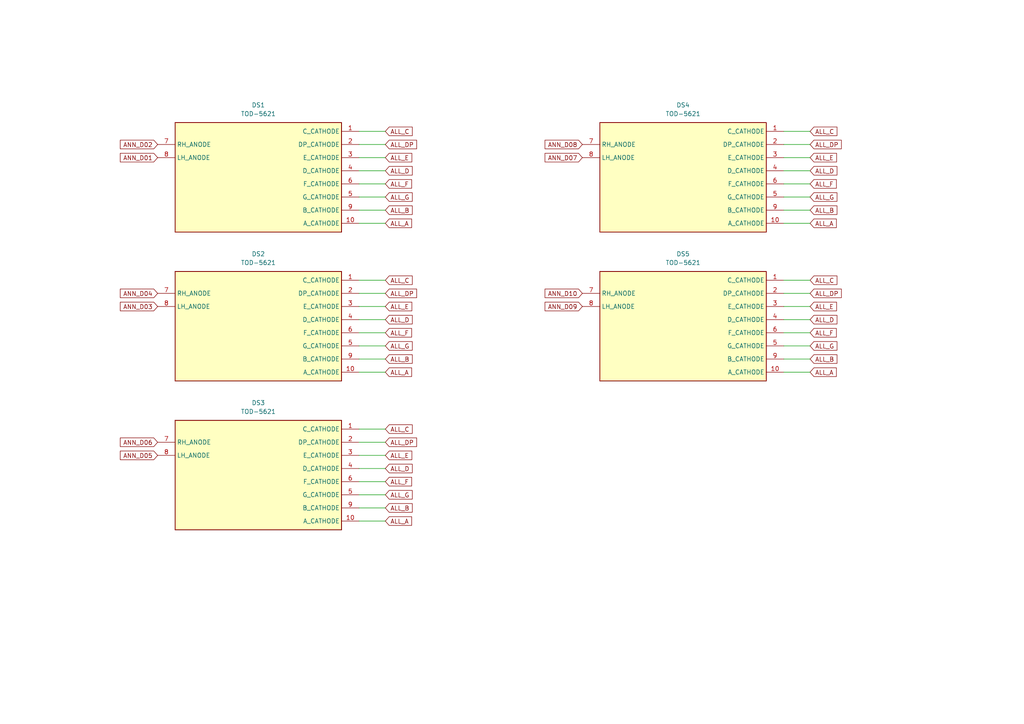
<source format=kicad_sch>
(kicad_sch (version 20250114) (generator "eeschema") (generator_version "9.0")
  (paper "A4")
  (lib_symbols
    (symbol "Displays:TOD-5621"
      (property "Reference" "DS" (at 54.61 7.62 0))
      (property "Value" "TOD-5621" (at 54.61 5.08 0))
      (symbol "TOD-5621_1_1"
        (rectangle (start 5.08 2.54) (end 53.34 -29.21) (stroke (width 0.254)) (fill (type background)))
        (pin passive line (at 0 -3.81 0) (length 5.08) (name "RH_ANODE") (number "7"))
        (pin passive line (at 0 -7.62 0) (length 5.08) (name "LH_ANODE") (number "8"))
        (pin passive line (at 58.42 0 180) (length 5.08) (name "C_CATHODE") (number "1"))
        (pin passive line (at 58.42 -3.81 180) (length 5.08) (name "DP_CATHODE") (number "2"))
        (pin passive line (at 58.42 -7.62 180) (length 5.08) (name "E_CATHODE") (number "3"))
        (pin passive line (at 58.42 -11.43 180) (length 5.08) (name "D_CATHODE") (number "4"))
        (pin passive line (at 58.42 -15.24 180) (length 5.08) (name "F_CATHODE") (number "6"))
        (pin passive line (at 58.42 -19.05 180) (length 5.08) (name "G_CATHODE") (number "5"))
        (pin passive line (at 58.42 -22.86 180) (length 5.08) (name "B_CATHODE") (number "9"))
        (pin passive line (at 58.42 -26.67 180) (length 5.08) (name "A_CATHODE") (number "10"))
      )
    )
  )
  (wire (pts (xy 104.14 139.7) (xy 111.76 139.7)))
  (wire (pts (xy 227.33 96.52) (xy 234.95 96.52)))
  (wire (pts (xy 104.14 81.28) (xy 111.76 81.28)))
  (wire (pts (xy 227.33 107.95) (xy 234.95 107.95)))
  (wire (pts (xy 104.14 92.71) (xy 111.76 92.71)))
  (wire (pts (xy 227.33 104.14) (xy 234.95 104.14)))
  (wire (pts (xy 104.14 38.1) (xy 111.76 38.1)))
  (wire (pts (xy 227.33 81.28) (xy 234.95 81.28)))
  (wire (pts (xy 104.14 41.91) (xy 111.76 41.91)))
  (wire (pts (xy 227.33 38.1) (xy 234.95 38.1)))
  (wire (pts (xy 227.33 88.9) (xy 234.95 88.9)))
  (wire (pts (xy 104.14 147.32) (xy 111.76 147.32)))
  (wire (pts (xy 104.14 104.14) (xy 111.76 104.14)))
  (wire (pts (xy 104.14 107.95) (xy 111.76 107.95)))
  (wire (pts (xy 104.14 45.72) (xy 111.76 45.72)))
  (wire (pts (xy 227.33 85.09) (xy 234.95 85.09)))
  (wire (pts (xy 227.33 60.96) (xy 234.95 60.96)))
  (wire (pts (xy 104.14 151.13) (xy 111.76 151.13)))
  (wire (pts (xy 104.14 88.9) (xy 111.76 88.9)))
  (wire (pts (xy 104.14 49.53) (xy 111.76 49.53)))
  (wire (pts (xy 104.14 124.46) (xy 111.76 124.46)))
  (wire (pts (xy 227.33 57.15) (xy 234.95 57.15)))
  (wire (pts (xy 104.14 85.09) (xy 111.76 85.09)))
  (wire (pts (xy 227.33 64.77) (xy 234.95 64.77)))
  (wire (pts (xy 104.14 96.52) (xy 111.76 96.52)))
  (wire (pts (xy 104.14 143.51) (xy 111.76 143.51)))
  (wire (pts (xy 104.14 60.96) (xy 111.76 60.96)))
  (wire (pts (xy 104.14 135.89) (xy 111.76 135.89)))
  (wire (pts (xy 227.33 100.33) (xy 234.95 100.33)))
  (wire (pts (xy 104.14 53.34) (xy 111.76 53.34)))
  (wire (pts (xy 227.33 49.53) (xy 234.95 49.53)))
  (wire (pts (xy 227.33 45.72) (xy 234.95 45.72)))
  (wire (pts (xy 104.14 57.15) (xy 111.76 57.15)))
  (wire (pts (xy 104.14 100.33) (xy 111.76 100.33)))
  (wire (pts (xy 227.33 53.34) (xy 234.95 53.34)))
  (wire (pts (xy 227.33 92.71) (xy 234.95 92.71)))
  (wire (pts (xy 104.14 128.27) (xy 111.76 128.27)))
  (wire (pts (xy 104.14 64.77) (xy 111.76 64.77)))
  (wire (pts (xy 104.14 132.08) (xy 111.76 132.08)))
  (wire (pts (xy 227.33 41.91) (xy 234.95 41.91)))
  (global_label "ALL_D" (shape input) (at 111.76 92.71 0) (property "Intersheetrefs" "${INTERSHEET_REFS}" (effects (hide yes))))
  (global_label "ALL_E" (shape input) (at 234.95 45.72 0) (property "Intersheetrefs" "${INTERSHEET_REFS}" (effects (hide yes))))
  (global_label "ALL_DP" (shape input) (at 111.76 85.09 0) (property "Intersheetrefs" "${INTERSHEET_REFS}" (effects (hide yes))))
  (global_label "ALL_E" (shape input) (at 111.76 45.72 0) (property "Intersheetrefs" "${INTERSHEET_REFS}" (effects (hide yes))))
  (global_label "ALL_G" (shape input) (at 234.95 57.15 0) (property "Intersheetrefs" "${INTERSHEET_REFS}" (effects (hide yes))))
  (global_label "ALL_A" (shape input) (at 234.95 64.77 0) (property "Intersheetrefs" "${INTERSHEET_REFS}" (effects (hide yes))))
  (global_label "ALL_F" (shape input) (at 111.76 139.7 0) (property "Intersheetrefs" "${INTERSHEET_REFS}" (effects (hide yes))))
  (global_label "ALL_D" (shape input) (at 111.76 49.53 0) (property "Intersheetrefs" "${INTERSHEET_REFS}" (effects (hide yes))))
  (global_label "ALL_G" (shape input) (at 234.95 100.33 0) (property "Intersheetrefs" "${INTERSHEET_REFS}" (effects (hide yes))))
  (global_label "ALL_C" (shape input) (at 111.76 38.1 0) (property "Intersheetrefs" "${INTERSHEET_REFS}" (effects (hide yes))))
  (global_label "ALL_DP" (shape input) (at 234.95 85.09 0) (property "Intersheetrefs" "${INTERSHEET_REFS}" (effects (hide yes))))
  (global_label "ALL_E" (shape input) (at 234.95 88.9 0) (property "Intersheetrefs" "${INTERSHEET_REFS}" (effects (hide yes))))
  (global_label "ALL_B" (shape input) (at 234.95 60.96 0) (property "Intersheetrefs" "${INTERSHEET_REFS}" (effects (hide yes))))
  (global_label "ALL_G" (shape input) (at 111.76 57.15 0) (property "Intersheetrefs" "${INTERSHEET_REFS}" (effects (hide yes))))
  (global_label "ALL_F" (shape input) (at 234.95 96.52 0) (property "Intersheetrefs" "${INTERSHEET_REFS}" (effects (hide yes))))
  (global_label "ALL_C" (shape input) (at 111.76 124.46 0) (property "Intersheetrefs" "${INTERSHEET_REFS}" (effects (hide yes))))
  (global_label "ALL_DP" (shape input) (at 111.76 128.27 0) (property "Intersheetrefs" "${INTERSHEET_REFS}" (effects (hide yes))))
  (global_label "ALL_C" (shape input) (at 234.95 38.1 0) (property "Intersheetrefs" "${INTERSHEET_REFS}" (effects (hide yes))))
  (global_label "ALL_DP" (shape input) (at 234.95 41.91 0) (property "Intersheetrefs" "${INTERSHEET_REFS}" (effects (hide yes))))
  (global_label "ALL_F" (shape input) (at 111.76 96.52 0) (property "Intersheetrefs" "${INTERSHEET_REFS}" (effects (hide yes))))
  (global_label "ANN_D02" (shape input) (at 45.72 41.91 180) (property "Intersheetrefs" "${INTERSHEET_REFS}" (effects (hide yes))))
  (global_label "ALL_DP" (shape input) (at 111.76 41.91 0) (property "Intersheetrefs" "${INTERSHEET_REFS}" (effects (hide yes))))
  (global_label "ALL_B" (shape input) (at 111.76 60.96 0) (property "Intersheetrefs" "${INTERSHEET_REFS}" (effects (hide yes))))
  (global_label "ALL_B" (shape input) (at 234.95 104.14 0) (property "Intersheetrefs" "${INTERSHEET_REFS}" (effects (hide yes))))
  (global_label "ALL_A" (shape input) (at 111.76 151.13 0) (property "Intersheetrefs" "${INTERSHEET_REFS}" (effects (hide yes))))
  (global_label "ALL_A" (shape input) (at 111.76 64.77 0) (property "Intersheetrefs" "${INTERSHEET_REFS}" (effects (hide yes))))
  (global_label "ALL_F" (shape input) (at 234.95 53.34 0) (property "Intersheetrefs" "${INTERSHEET_REFS}" (effects (hide yes))))
  (global_label "ANN_D09" (shape input) (at 168.91 88.9 180) (property "Intersheetrefs" "${INTERSHEET_REFS}" (effects (hide yes))))
  (global_label "ALL_C" (shape input) (at 111.76 81.28 0) (property "Intersheetrefs" "${INTERSHEET_REFS}" (effects (hide yes))))
  (global_label "ANN_D06" (shape input) (at 45.72 128.27 180) (property "Intersheetrefs" "${INTERSHEET_REFS}" (effects (hide yes))))
  (global_label "ALL_A" (shape input) (at 234.95 107.95 0) (property "Intersheetrefs" "${INTERSHEET_REFS}" (effects (hide yes))))
  (global_label "ANN_D05" (shape input) (at 45.72 132.08 180) (property "Intersheetrefs" "${INTERSHEET_REFS}" (effects (hide yes))))
  (global_label "ANN_D07" (shape input) (at 168.91 45.72 180) (property "Intersheetrefs" "${INTERSHEET_REFS}" (effects (hide yes))))
  (global_label "ALL_G" (shape input) (at 111.76 143.51 0) (property "Intersheetrefs" "${INTERSHEET_REFS}" (effects (hide yes))))
  (global_label "ALL_G" (shape input) (at 111.76 100.33 0) (property "Intersheetrefs" "${INTERSHEET_REFS}" (effects (hide yes))))
  (global_label "ANN_D01" (shape input) (at 45.72 45.72 180) (property "Intersheetrefs" "${INTERSHEET_REFS}" (effects (hide yes))))
  (global_label "ANN_D03" (shape input) (at 45.72 88.9 180) (property "Intersheetrefs" "${INTERSHEET_REFS}" (effects (hide yes))))
  (global_label "ANN_D10" (shape input) (at 168.91 85.09 180) (property "Intersheetrefs" "${INTERSHEET_REFS}" (effects (hide yes))))
  (global_label "ALL_C" (shape input) (at 234.95 81.28 0) (property "Intersheetrefs" "${INTERSHEET_REFS}" (effects (hide yes))))
  (global_label "ALL_B" (shape input) (at 111.76 104.14 0) (property "Intersheetrefs" "${INTERSHEET_REFS}" (effects (hide yes))))
  (global_label "ALL_D" (shape input) (at 111.76 135.89 0) (property "Intersheetrefs" "${INTERSHEET_REFS}" (effects (hide yes))))
  (global_label "ALL_A" (shape input) (at 111.76 107.95 0) (property "Intersheetrefs" "${INTERSHEET_REFS}" (effects (hide yes))))
  (global_label "ANN_D04" (shape input) (at 45.72 85.09 180) (property "Intersheetrefs" "${INTERSHEET_REFS}" (effects (hide yes))))
  (global_label "ANN_D08" (shape input) (at 168.91 41.91 180) (property "Intersheetrefs" "${INTERSHEET_REFS}" (effects (hide yes))))
  (global_label "ALL_D" (shape input) (at 234.95 49.53 0) (property "Intersheetrefs" "${INTERSHEET_REFS}" (effects (hide yes))))
  (global_label "ALL_E" (shape input) (at 111.76 132.08 0) (property "Intersheetrefs" "${INTERSHEET_REFS}" (effects (hide yes))))
  (global_label "ALL_B" (shape input) (at 111.76 147.32 0) (property "Intersheetrefs" "${INTERSHEET_REFS}" (effects (hide yes))))
  (global_label "ALL_E" (shape input) (at 111.76 88.9 0) (property "Intersheetrefs" "${INTERSHEET_REFS}" (effects (hide yes))))
  (global_label "ALL_D" (shape input) (at 234.95 92.71 0) (property "Intersheetrefs" "${INTERSHEET_REFS}" (effects (hide yes))))
  (global_label "ALL_F" (shape input) (at 111.76 53.34 0) (property "Intersheetrefs" "${INTERSHEET_REFS}" (effects (hide yes))))
  (symbol (lib_id "Displays:TOD-5621") (at 168.91 38.1 0) (unit 1)
    (property "Reference" "DS4" (at 198.12 30.48 0))
    (property "Value" "TOD-5621" (at 198.12 33.02 0))
    (property "Footprint" "DisplayLibrary:TOD-5621" (effects (hide yes)))
    (property "Description" "LED Displays & Accessories Green 571nm .56in Dual Digit 7 Segment" (effects (hide yes)))
    (property "Height" "8" (effects (hide yes)))
    (property "Mouser Part Number" "630-HDSP-K511" (effects (hide yes)))
    (property "Manufacturer_Name" "Unknown" (effects (hide yes)))
    (property "Manufacturer_Part_Number" "TOD-5621" (effects (hide yes)))
  )
  (symbol (lib_id "Displays:TOD-5621") (at 45.72 81.28 0) (unit 1)
    (property "Reference" "DS2" (at 74.93 73.66 0))
    (property "Value" "TOD-5621" (at 74.93 76.2 0))
    (property "Footprint" "DisplayLibrary:TOD-5621" (effects (hide yes)))
    (property "Description" "LED Displays & Accessories Green 571nm .56in Dual Digit 7 Segment" (effects (hide yes)))
    (property "Height" "8" (effects (hide yes)))
    (property "Mouser Part Number" "630-HDSP-K511" (effects (hide yes)))
    (property "Manufacturer_Name" "Unknown" (effects (hide yes)))
    (property "Manufacturer_Part_Number" "TOD-5621" (effects (hide yes)))
  )
  (symbol (lib_id "Displays:TOD-5621") (at 45.72 124.46 0) (unit 1)
    (property "Reference" "DS3" (at 74.93 116.84 0))
    (property "Value" "TOD-5621" (at 74.93 119.38 0))
    (property "Footprint" "DisplayLibrary:TOD-5621" (effects (hide yes)))
    (property "Description" "LED Displays & Accessories Green 571nm .56in Dual Digit 7 Segment" (effects (hide yes)))
    (property "Height" "8" (effects (hide yes)))
    (property "Mouser Part Number" "630-HDSP-K511" (effects (hide yes)))
    (property "Manufacturer_Name" "Unknown" (effects (hide yes)))
    (property "Manufacturer_Part_Number" "TOD-5621" (effects (hide yes)))
  )
  (symbol (lib_id "Displays:TOD-5621") (at 168.91 81.28 0) (unit 1)
    (property "Reference" "DS5" (at 198.12 73.66 0))
    (property "Value" "TOD-5621" (at 198.12 76.2 0))
    (property "Footprint" "DisplayLibrary:TOD-5621" (effects (hide yes)))
    (property "Description" "LED Displays & Accessories Green 571nm .56in Dual Digit 7 Segment" (effects (hide yes)))
    (property "Height" "8" (effects (hide yes)))
    (property "Mouser Part Number" "630-HDSP-K511" (effects (hide yes)))
    (property "Manufacturer_Name" "Unknown" (effects (hide yes)))
    (property "Manufacturer_Part_Number" "TOD-5621" (effects (hide yes)))
  )
  (symbol (lib_id "Displays:TOD-5621") (at 45.72 38.1 0) (unit 1)
    (property "Reference" "DS1" (at 74.93 30.48 0))
    (property "Value" "TOD-5621" (at 74.93 33.02 0))
    (property "Footprint" "DisplayLibrary:TOD-5621" (effects (hide yes)))
    (property "Description" "LED Displays & Accessories Green 571nm .56in Dual Digit 7 Segment" (effects (hide yes)))
    (property "Height" "8" (effects (hide yes)))
    (property "Mouser Part Number" "630-HDSP-K511" (effects (hide yes)))
    (property "Manufacturer_Name" "Unknown" (effects (hide yes)))
    (property "Manufacturer_Part_Number" "TOD-5621" (effects (hide yes)))
  )
)
</source>
